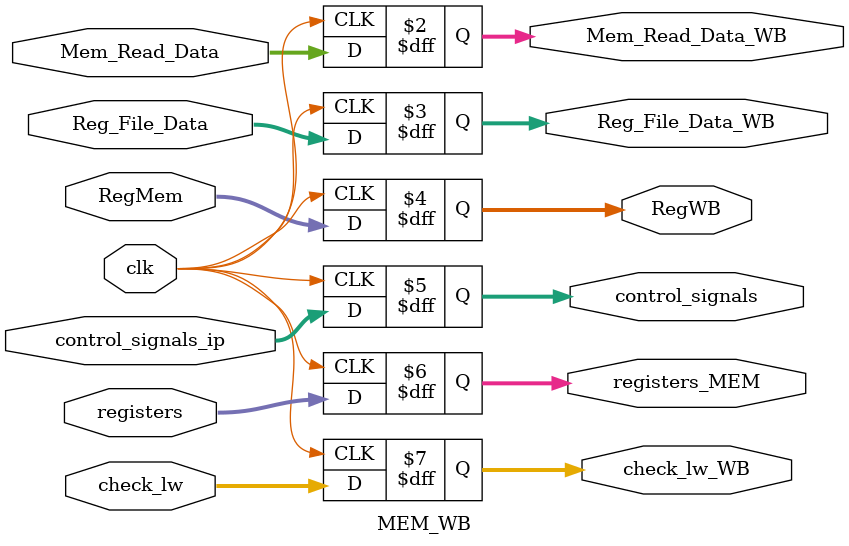
<source format=v>
module MEM_WB(
    input [31:0] Mem_Read_Data,
    input [31:0] Reg_File_Data,
    input [9:0] RegMem,
    input [14:0] registers,
    input [5:0] check_lw,
    input clk,
    input [2:0] control_signals_ip,
    output reg [31:0] Mem_Read_Data_WB,
    output reg [31:0] Reg_File_Data_WB,
    output reg [9:0] RegWB,
    output reg [2:0] control_signals,
    output reg [14:0] registers_MEM,
    output reg [5:0] check_lw_WB
);

always@(posedge clk) begin
    Mem_Read_Data_WB <= Mem_Read_Data;
    Reg_File_Data_WB <= Reg_File_Data;
    RegWB <= RegMem;
    control_signals <= control_signals_ip;
    registers_MEM <= registers;
    check_lw_WB <= check_lw;
end

endmodule
</source>
